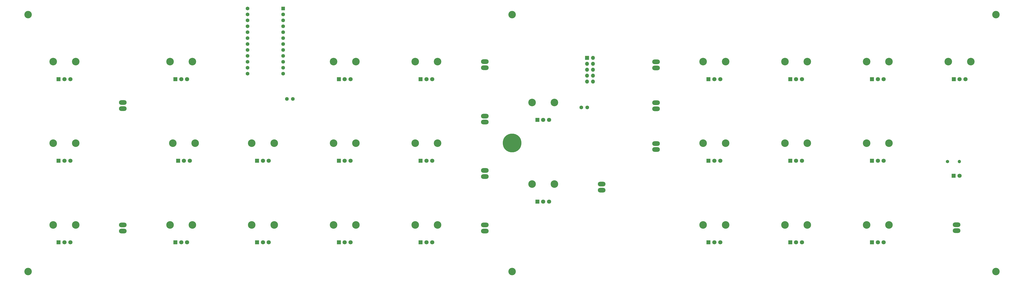
<source format=gbr>
%TF.GenerationSoftware,KiCad,Pcbnew,(5.1.7-0-10_14)*%
%TF.CreationDate,2020-11-07T09:55:29-03:00*%
%TF.ProjectId,MiniMood (tht),4d696e69-4d6f-46f6-9420-28746874292e,1*%
%TF.SameCoordinates,Original*%
%TF.FileFunction,Soldermask,Top*%
%TF.FilePolarity,Negative*%
%FSLAX46Y46*%
G04 Gerber Fmt 4.6, Leading zero omitted, Abs format (unit mm)*
G04 Created by KiCad (PCBNEW (5.1.7-0-10_14)) date 2020-11-07 09:55:29*
%MOMM*%
%LPD*%
G01*
G04 APERTURE LIST*
%ADD10C,1.600000*%
%ADD11R,1.600000X1.600000*%
%ADD12O,3.300000X2.000000*%
%ADD13R,1.800000X1.800000*%
%ADD14C,1.800000*%
%ADD15C,3.240000*%
%ADD16C,3.200000*%
%ADD17C,8.000000*%
%ADD18R,1.700000X1.700000*%
%ADD19O,1.700000X1.700000*%
%ADD20C,1.400000*%
%ADD21O,1.400000X1.400000*%
G04 APERTURE END LIST*
D10*
%TO.C,U3*%
X117930000Y-21430000D03*
X117930000Y-23970000D03*
X117930000Y-26510000D03*
X117930000Y-29050000D03*
X117930000Y-31590000D03*
X117930000Y-34130000D03*
X117930000Y-36670000D03*
X117930000Y-39210000D03*
X117930000Y-41750000D03*
X117930000Y-44290000D03*
X117930000Y-46830000D03*
X117930000Y-49370000D03*
X133170000Y-49370000D03*
X133170000Y-46830000D03*
X133170000Y-44290000D03*
X133170000Y-41750000D03*
X133170000Y-39210000D03*
X133170000Y-36670000D03*
X133170000Y-34130000D03*
X133170000Y-31590000D03*
X133170000Y-29050000D03*
X133170000Y-26510000D03*
X133170000Y-23970000D03*
D11*
X133170000Y-21430000D03*
%TD*%
D12*
%TO.C,SW1*%
X64550000Y-64290000D03*
X64550000Y-61690000D03*
%TD*%
%TO.C,SW2*%
X64550000Y-116790000D03*
X64550000Y-114190000D03*
%TD*%
%TO.C,SW3*%
X219550000Y-46790000D03*
X219550000Y-44190000D03*
%TD*%
%TO.C,SW4*%
X219550000Y-70123333D03*
X219550000Y-67523333D03*
%TD*%
%TO.C,SW5*%
X219550000Y-93456666D03*
X219550000Y-90856666D03*
%TD*%
%TO.C,SW6*%
X219550000Y-116790000D03*
X219550000Y-114190000D03*
%TD*%
%TO.C,SW7*%
X269550000Y-99290000D03*
X269550000Y-96690000D03*
%TD*%
%TO.C,SW8*%
X292850000Y-46890000D03*
X292850000Y-44290000D03*
%TD*%
%TO.C,SW9*%
X292850000Y-64390000D03*
X292850000Y-61790000D03*
%TD*%
%TO.C,SW10*%
X292850000Y-81890000D03*
X292850000Y-79290000D03*
%TD*%
%TO.C,SW11*%
X421550000Y-116690000D03*
X421550000Y-114090000D03*
%TD*%
D13*
%TO.C,pot3*%
X37050000Y-121690000D03*
D14*
X39550000Y-121690000D03*
X42050000Y-121690000D03*
D15*
X44350000Y-114190000D03*
X34750000Y-114190000D03*
%TD*%
D13*
%TO.C,pot2*%
X37050000Y-86690000D03*
D14*
X39550000Y-86690000D03*
X42050000Y-86690000D03*
D15*
X44350000Y-79190000D03*
X34750000Y-79190000D03*
%TD*%
D13*
%TO.C,pot4*%
X87050000Y-51690000D03*
D14*
X89550000Y-51690000D03*
X92050000Y-51690000D03*
D15*
X94350000Y-44190000D03*
X84750000Y-44190000D03*
%TD*%
D13*
%TO.C,pot5*%
X88225001Y-86690000D03*
D14*
X90725001Y-86690000D03*
X93225001Y-86690000D03*
D15*
X95525001Y-79190000D03*
X85925001Y-79190000D03*
%TD*%
D13*
%TO.C,pot6*%
X87050000Y-121690000D03*
D14*
X89550000Y-121690000D03*
X92050000Y-121690000D03*
D15*
X94350000Y-114190000D03*
X84750000Y-114190000D03*
%TD*%
D13*
%TO.C,pot7*%
X122050000Y-86690000D03*
D14*
X124550000Y-86690000D03*
X127050000Y-86690000D03*
D15*
X129350000Y-79190000D03*
X119750000Y-79190000D03*
%TD*%
D13*
%TO.C,pot8*%
X122050000Y-121690000D03*
D14*
X124550000Y-121690000D03*
X127050000Y-121690000D03*
D15*
X129350000Y-114190000D03*
X119750000Y-114190000D03*
%TD*%
D13*
%TO.C,pot9*%
X157050000Y-51690000D03*
D14*
X159550000Y-51690000D03*
X162050000Y-51690000D03*
D15*
X164350000Y-44190000D03*
X154750000Y-44190000D03*
%TD*%
D13*
%TO.C,pot10*%
X157050000Y-86690000D03*
D14*
X159550000Y-86690000D03*
X162050000Y-86690000D03*
D15*
X164350000Y-79190000D03*
X154750000Y-79190000D03*
%TD*%
D13*
%TO.C,pot11*%
X157050000Y-121690000D03*
D14*
X159550000Y-121690000D03*
X162050000Y-121690000D03*
D15*
X164350000Y-114190000D03*
X154750000Y-114190000D03*
%TD*%
D13*
%TO.C,pot12*%
X192050000Y-51690000D03*
D14*
X194550000Y-51690000D03*
X197050000Y-51690000D03*
D15*
X199350000Y-44190000D03*
X189750000Y-44190000D03*
%TD*%
D13*
%TO.C,pot13*%
X192050000Y-86690000D03*
D14*
X194550000Y-86690000D03*
X197050000Y-86690000D03*
D15*
X199350000Y-79190000D03*
X189750000Y-79190000D03*
%TD*%
D13*
%TO.C,pot14*%
X192050000Y-121690000D03*
D14*
X194550000Y-121690000D03*
X197050000Y-121690000D03*
D15*
X199350000Y-114190000D03*
X189750000Y-114190000D03*
%TD*%
D13*
%TO.C,pot15*%
X242050000Y-69190000D03*
D14*
X244550000Y-69190000D03*
X247050000Y-69190000D03*
D15*
X249350000Y-61690000D03*
X239750000Y-61690000D03*
%TD*%
D13*
%TO.C,pot16*%
X242050000Y-104190000D03*
D14*
X244550000Y-104190000D03*
X247050000Y-104190000D03*
D15*
X249350000Y-96690000D03*
X239750000Y-96690000D03*
%TD*%
D13*
%TO.C,pot17*%
X315350000Y-51690000D03*
D14*
X317850000Y-51690000D03*
X320350000Y-51690000D03*
D15*
X322650000Y-44190000D03*
X313050000Y-44190000D03*
%TD*%
D13*
%TO.C,pot18*%
X315350000Y-86690000D03*
D14*
X317850000Y-86690000D03*
X320350000Y-86690000D03*
D15*
X322650000Y-79190000D03*
X313050000Y-79190000D03*
%TD*%
D13*
%TO.C,pot19*%
X315350000Y-121690000D03*
D14*
X317850000Y-121690000D03*
X320350000Y-121690000D03*
D15*
X322650000Y-114190000D03*
X313050000Y-114190000D03*
%TD*%
D13*
%TO.C,pot20*%
X350350000Y-51690000D03*
D14*
X352850000Y-51690000D03*
X355350000Y-51690000D03*
D15*
X357650000Y-44190000D03*
X348050000Y-44190000D03*
%TD*%
D13*
%TO.C,pot21*%
X350350000Y-86690000D03*
D14*
X352850000Y-86690000D03*
X355350000Y-86690000D03*
D15*
X357650000Y-79190000D03*
X348050000Y-79190000D03*
%TD*%
D13*
%TO.C,pot22*%
X350350000Y-121690000D03*
D14*
X352850000Y-121690000D03*
X355350000Y-121690000D03*
D15*
X357650000Y-114190000D03*
X348050000Y-114190000D03*
%TD*%
D13*
%TO.C,pot23*%
X385350000Y-51690000D03*
D14*
X387850000Y-51690000D03*
X390350000Y-51690000D03*
D15*
X392650000Y-44190000D03*
X383050000Y-44190000D03*
%TD*%
D13*
%TO.C,pot24*%
X385350000Y-86690000D03*
D14*
X387850000Y-86690000D03*
X390350000Y-86690000D03*
D15*
X392650000Y-79190000D03*
X383050000Y-79190000D03*
%TD*%
D13*
%TO.C,pot25*%
X385350000Y-121690000D03*
D14*
X387850000Y-121690000D03*
X390350000Y-121690000D03*
D15*
X392650000Y-114190000D03*
X383050000Y-114190000D03*
%TD*%
D13*
%TO.C,pot26*%
X420350000Y-51690000D03*
D14*
X422850000Y-51690000D03*
X425350000Y-51690000D03*
D15*
X427650000Y-44190000D03*
X418050000Y-44190000D03*
%TD*%
D13*
%TO.C,pot1*%
X37050000Y-51690000D03*
D14*
X39550000Y-51690000D03*
X42050000Y-51690000D03*
D15*
X44350000Y-44190000D03*
X34750000Y-44190000D03*
%TD*%
D16*
%TO.C,REF\u002A\u002A*%
X231200000Y-24000000D03*
%TD*%
%TO.C,REF\u002A\u002A*%
X231200000Y-134190000D03*
%TD*%
%TO.C,REF\u002A\u002A*%
X438420000Y-134190000D03*
%TD*%
%TO.C,REF\u002A\u002A*%
X23990000Y-134190000D03*
%TD*%
%TO.C,REF\u002A\u002A*%
X23990000Y-24000000D03*
%TD*%
%TO.C,REF\u002A\u002A*%
X438420000Y-24000000D03*
%TD*%
D17*
%TO.C,REF\u002A\u002A*%
X231200000Y-79090000D03*
%TD*%
D14*
%TO.C,D1*%
X422815000Y-93090000D03*
D13*
X420275000Y-93090000D03*
%TD*%
D18*
%TO.C,J1*%
X263350000Y-42590000D03*
D19*
X265890000Y-42590000D03*
X263350000Y-45130000D03*
X265890000Y-45130000D03*
X263350000Y-47670000D03*
X265890000Y-47670000D03*
X263350000Y-50210000D03*
X265890000Y-50210000D03*
X263350000Y-52750000D03*
X265890000Y-52750000D03*
%TD*%
D10*
%TO.C,C1*%
X137340000Y-60150000D03*
X134840000Y-60150000D03*
%TD*%
%TO.C,C2*%
X263385001Y-63835001D03*
X260885001Y-63835001D03*
%TD*%
D20*
%TO.C,R1*%
X417690000Y-87050000D03*
D21*
X422770000Y-87050000D03*
%TD*%
M02*

</source>
